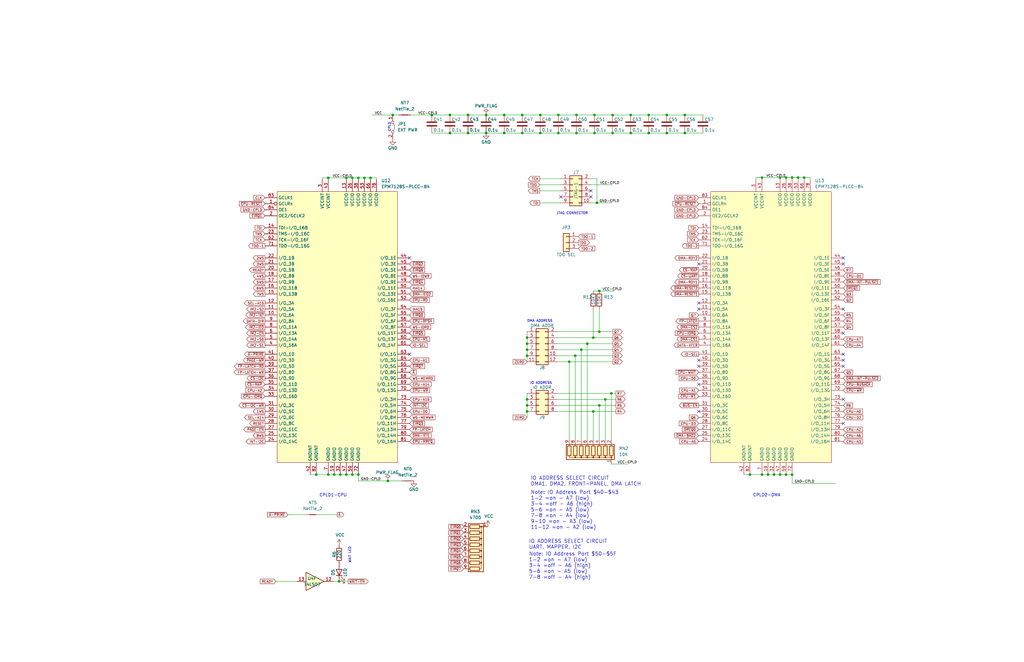
<source format=kicad_sch>
(kicad_sch (version 20211123) (generator eeschema)
  (paper "B")
  (junction (at 222.25 147.574))
  (junction (at 257.81 165.989))
  (junction (at 204.978 56.134))
  (junction (at 258.318 48.514))
  (junction (at 222.25 150.114))
  (junction (at 252.73 122.809))
  (junction (at 339.09 74.93))
  (junction (at 251.714 85.598))
  (junction (at 220.218 48.514))
  (junction (at 328.93 74.93))
  (junction (at 143.51 200.279))
  (junction (at 204.978 48.514))
  (junction (at 321.31 200.279))
  (junction (at 265.938 48.514))
  (junction (at 250.698 56.134))
  (junction (at 222.25 171.069))
  (junction (at 258.318 56.134))
  (junction (at 326.39 200.279))
  (junction (at 151.13 75.057))
  (junction (at 316.23 200.279))
  (junction (at 138.43 75.057))
  (junction (at 227.838 48.514))
  (junction (at 243.078 48.514))
  (junction (at 252.73 139.954))
  (junction (at 146.05 200.279))
  (junction (at 323.85 200.279))
  (junction (at 151.13 200.279))
  (junction (at 255.27 168.529))
  (junction (at 138.43 200.279))
  (junction (at 334.01 74.93))
  (junction (at 222.25 168.529))
  (junction (at 331.47 200.279))
  (junction (at 163.576 202.946))
  (junction (at 334.01 200.2952))
  (junction (at 328.93 200.279))
  (junction (at 189.738 56.134))
  (junction (at 273.558 48.514))
  (junction (at 227.838 56.134))
  (junction (at 265.938 56.134))
  (junction (at 148.59 200.279))
  (junction (at 281.178 48.514))
  (junction (at 250.698 48.514))
  (junction (at 146.05 75.057))
  (junction (at 288.798 48.514))
  (junction (at 222.25 142.494))
  (junction (at 247.65 145.034))
  (junction (at 240.03 152.654))
  (junction (at 222.25 173.609))
  (junction (at 235.458 48.514))
  (junction (at 156.21 75.057))
  (junction (at 321.31 74.93))
  (junction (at 252.73 171.069))
  (junction (at 133.35 200.279))
  (junction (at 242.57 150.114))
  (junction (at 281.178 56.134))
  (junction (at 189.738 48.514))
  (junction (at 336.55 74.93))
  (junction (at 140.97 200.279))
  (junction (at 245.11 147.574))
  (junction (at 212.598 56.134))
  (junction (at 212.598 48.514))
  (junction (at 288.798 56.134))
  (junction (at 148.59 75.057))
  (junction (at 220.218 56.134))
  (junction (at 250.19 173.609))
  (junction (at 250.19 142.494))
  (junction (at 235.458 56.134))
  (junction (at 222.25 145.034))
  (junction (at 197.358 56.134))
  (junction (at 165.608 48.514))
  (junction (at 273.558 56.134))
  (junction (at 243.078 56.134))
  (junction (at 331.47 74.93))
  (junction (at 143.002 245.364))
  (junction (at 197.358 48.514))
  (junction (at 153.67 75.057))
  (junction (at 182.118 48.514))
  (no_connect (at 294.64 111.379))
  (no_connect (at 236.474 83.058))
  (no_connect (at 355.6 152.019))
  (no_connect (at 355.6 111.379))
  (no_connect (at 355.6 130.429))
  (no_connect (at 355.6 168.529))
  (no_connect (at 355.6 149.479))
  (no_connect (at 172.72 149.479))
  (no_connect (at 294.64 154.559))
  (no_connect (at 294.64 127.889))
  (no_connect (at 355.6 140.589))
  (no_connect (at 249.174 83.058))
  (no_connect (at 355.6 154.559))
  (no_connect (at 294.64 162.179))
  (no_connect (at 249.174 80.518))
  (no_connect (at 294.64 173.609))
  (no_connect (at 294.64 152.019))
  (no_connect (at 172.72 108.839))
  (no_connect (at 355.6 178.689))
  (no_connect (at 355.6 108.839))
  (no_connect (at 294.64 130.429))
  (wire (pts (xy 222.25 145.034) (xy 222.25 147.574)))
  (wire (pts (xy 258.318 56.134) (xy 265.938 56.134)))
  (wire (pts (xy 250.19 130.429) (xy 250.19 142.494)))
  (wire (pts (xy 151.13 202.946) (xy 163.576 202.946)))
  (wire (pts (xy 334.01 200.2952) (xy 334.01 203.962)))
  (wire (pts (xy 222.25 142.494) (xy 222.25 145.034)))
  (wire (pts (xy 153.67 75.057) (xy 156.21 75.057)))
  (wire (pts (xy 242.57 150.114) (xy 258.445 150.114)))
  (wire (pts (xy 328.93 74.93) (xy 328.93 75.819)))
  (wire (pts (xy 331.47 74.93) (xy 334.01 74.93)))
  (wire (pts (xy 138.43 200.279) (xy 140.97 200.279)))
  (wire (pts (xy 240.03 152.654) (xy 258.445 152.654)))
  (wire (pts (xy 182.118 48.514) (xy 189.738 48.514)))
  (wire (pts (xy 236.474 75.438) (xy 227.584 75.438)))
  (wire (pts (xy 235.458 56.134) (xy 243.078 56.134)))
  (wire (pts (xy 135.89 75.057) (xy 138.43 75.057)))
  (wire (pts (xy 222.25 173.609) (xy 222.25 176.149)))
  (wire (pts (xy 316.23 200.279) (xy 321.31 200.279)))
  (wire (pts (xy 321.31 74.93) (xy 321.31 75.819)))
  (wire (pts (xy 212.598 56.134) (xy 220.218 56.134)))
  (wire (pts (xy 189.738 48.514) (xy 197.358 48.514)))
  (wire (pts (xy 134.366 217.17) (xy 142.24 217.17)))
  (wire (pts (xy 242.57 150.114) (xy 242.57 185.674)))
  (wire (pts (xy 227.838 48.514) (xy 235.458 48.514)))
  (wire (pts (xy 204.978 56.134) (xy 212.598 56.134)))
  (wire (pts (xy 140.462 245.364) (xy 143.002 245.364)))
  (wire (pts (xy 156.718 48.514) (xy 165.608 48.514)))
  (wire (pts (xy 257.81 165.989) (xy 257.81 185.674)))
  (wire (pts (xy 252.73 171.069) (xy 252.73 185.674)))
  (wire (pts (xy 252.73 122.809) (xy 259.08 122.809)))
  (wire (pts (xy 121.412 217.17) (xy 129.286 217.17)))
  (wire (pts (xy 146.05 200.279) (xy 148.59 200.279)))
  (wire (pts (xy 255.27 168.529) (xy 255.27 185.674)))
  (wire (pts (xy 259.715 171.069) (xy 252.73 171.069)))
  (wire (pts (xy 133.35 200.279) (xy 138.43 200.279)))
  (wire (pts (xy 288.798 56.134) (xy 296.418 56.134)))
  (wire (pts (xy 336.55 74.93) (xy 339.09 74.93)))
  (wire (pts (xy 265.938 56.134) (xy 273.558 56.134)))
  (wire (pts (xy 334.01 74.93) (xy 334.01 75.819)))
  (wire (pts (xy 250.19 173.609) (xy 234.95 173.609)))
  (wire (pts (xy 336.55 74.93) (xy 336.55 75.819)))
  (wire (pts (xy 227.584 80.518) (xy 236.474 80.518)))
  (wire (pts (xy 281.178 56.134) (xy 288.798 56.134)))
  (wire (pts (xy 259.715 173.609) (xy 250.19 173.609)))
  (wire (pts (xy 234.95 147.574) (xy 245.11 147.574)))
  (wire (pts (xy 220.218 56.134) (xy 227.838 56.134)))
  (wire (pts (xy 234.95 139.954) (xy 252.73 139.954)))
  (wire (pts (xy 334.01 203.962) (xy 352.298 203.962)))
  (wire (pts (xy 222.25 168.529) (xy 222.25 171.069)))
  (wire (pts (xy 249.174 75.438) (xy 251.714 75.438)))
  (wire (pts (xy 339.09 74.93) (xy 341.63 74.93)))
  (wire (pts (xy 328.93 74.93) (xy 331.47 74.93)))
  (wire (pts (xy 250.698 48.514) (xy 258.318 48.514)))
  (wire (pts (xy 339.09 74.93) (xy 339.09 75.819)))
  (wire (pts (xy 235.458 48.514) (xy 243.078 48.514)))
  (wire (pts (xy 245.11 147.574) (xy 245.11 185.674)))
  (wire (pts (xy 189.738 56.134) (xy 197.358 56.134)))
  (wire (pts (xy 234.95 165.989) (xy 257.81 165.989)))
  (wire (pts (xy 116.332 245.364) (xy 125.222 245.364)))
  (wire (pts (xy 258.318 48.514) (xy 265.938 48.514)))
  (wire (pts (xy 220.218 48.514) (xy 227.838 48.514)))
  (wire (pts (xy 146.812 245.364) (xy 143.002 245.364)))
  (wire (pts (xy 334.01 74.93) (xy 336.55 74.93)))
  (wire (pts (xy 138.43 75.057) (xy 146.05 75.057)))
  (wire (pts (xy 313.69 200.279) (xy 316.23 200.279)))
  (wire (pts (xy 288.798 48.514) (xy 296.418 48.514)))
  (wire (pts (xy 255.27 168.529) (xy 259.715 168.529)))
  (wire (pts (xy 204.978 48.514) (xy 212.598 48.514)))
  (wire (pts (xy 250.19 173.609) (xy 250.19 185.674)))
  (wire (pts (xy 143.51 200.279) (xy 146.05 200.279)))
  (wire (pts (xy 251.714 75.438) (xy 251.714 85.598)))
  (wire (pts (xy 135.89 75.057) (xy 135.89 75.819)))
  (wire (pts (xy 138.43 75.057) (xy 138.43 75.819)))
  (wire (pts (xy 265.938 48.514) (xy 273.558 48.514)))
  (wire (pts (xy 197.358 56.134) (xy 204.978 56.134)))
  (wire (pts (xy 163.576 202.946) (xy 169.418 202.946)))
  (wire (pts (xy 222.25 139.954) (xy 222.25 142.494)))
  (wire (pts (xy 158.75 75.057) (xy 158.75 75.819)))
  (wire (pts (xy 257.81 195.834) (xy 264.795 195.834)))
  (wire (pts (xy 328.93 200.279) (xy 331.47 200.279)))
  (wire (pts (xy 165.608 48.514) (xy 168.148 48.514)))
  (wire (pts (xy 326.39 200.279) (xy 328.93 200.279)))
  (wire (pts (xy 243.078 48.514) (xy 250.698 48.514)))
  (wire (pts (xy 153.67 75.057) (xy 153.67 75.819)))
  (wire (pts (xy 243.078 56.134) (xy 250.698 56.134)))
  (wire (pts (xy 273.558 48.514) (xy 281.178 48.514)))
  (wire (pts (xy 234.95 168.529) (xy 255.27 168.529)))
  (wire (pts (xy 250.698 56.134) (xy 258.318 56.134)))
  (wire (pts (xy 321.31 200.279) (xy 323.85 200.279)))
  (wire (pts (xy 250.19 122.809) (xy 252.73 122.809)))
  (wire (pts (xy 234.95 152.654) (xy 240.03 152.654)))
  (wire (pts (xy 281.178 48.514) (xy 288.798 48.514)))
  (wire (pts (xy 173.228 48.514) (xy 182.118 48.514)))
  (wire (pts (xy 234.95 142.494) (xy 250.19 142.494)))
  (wire (pts (xy 249.174 85.598) (xy 251.714 85.598)))
  (wire (pts (xy 156.21 75.057) (xy 158.75 75.057)))
  (wire (pts (xy 222.25 147.574) (xy 222.25 150.114)))
  (wire (pts (xy 151.13 75.057) (xy 153.67 75.057)))
  (wire (pts (xy 323.85 200.279) (xy 326.39 200.279)))
  (wire (pts (xy 146.05 75.057) (xy 148.59 75.057)))
  (wire (pts (xy 245.11 147.574) (xy 258.445 147.574)))
  (wire (pts (xy 227.584 85.598) (xy 236.474 85.598)))
  (wire (pts (xy 148.59 200.279) (xy 151.13 200.279)))
  (wire (pts (xy 227.838 56.134) (xy 235.458 56.134)))
  (wire (pts (xy 249.174 77.978) (xy 258.064 77.978)))
  (wire (pts (xy 182.118 56.134) (xy 189.738 56.134)))
  (wire (pts (xy 331.47 200.279) (xy 334.01 200.279)))
  (wire (pts (xy 234.95 145.034) (xy 247.65 145.034)))
  (wire (pts (xy 252.73 171.069) (xy 234.95 171.069)))
  (wire (pts (xy 321.31 74.93) (xy 328.93 74.93)))
  (wire (pts (xy 334.01 200.279) (xy 334.01 200.2952)))
  (wire (pts (xy 247.65 145.034) (xy 258.445 145.034)))
  (wire (pts (xy 212.598 48.514) (xy 220.218 48.514)))
  (wire (pts (xy 252.73 139.954) (xy 258.445 139.954)))
  (wire (pts (xy 257.81 165.989) (xy 259.715 165.989)))
  (wire (pts (xy 148.59 75.057) (xy 151.13 75.057)))
  (wire (pts (xy 148.59 75.057) (xy 148.59 75.819)))
  (wire (pts (xy 318.77 74.93) (xy 318.77 75.819)))
  (wire (pts (xy 250.19 142.494) (xy 258.445 142.494)))
  (wire (pts (xy 222.25 171.069) (xy 222.25 173.609)))
  (wire (pts (xy 331.47 74.93) (xy 331.47 75.819)))
  (wire (pts (xy 234.95 150.114) (xy 242.57 150.114)))
  (wire (pts (xy 240.03 152.654) (xy 240.03 185.674)))
  (wire (pts (xy 156.21 75.057) (xy 156.21 75.819)))
  (wire (pts (xy 273.558 56.134) (xy 281.178 56.134)))
  (wire (pts (xy 197.358 48.514) (xy 204.978 48.514)))
  (wire (pts (xy 140.97 200.279) (xy 143.51 200.279)))
  (wire (pts (xy 130.81 200.279) (xy 133.35 200.279)))
  (wire (pts (xy 151.13 200.279) (xy 151.13 202.946)))
  (wire (pts (xy 251.714 85.598) (xy 258.064 85.598)))
  (wire (pts (xy 341.63 74.93) (xy 341.63 75.819)))
  (wire (pts (xy 318.77 74.93) (xy 321.31 74.93)))
  (wire (pts (xy 247.65 145.034) (xy 247.65 185.674)))
  (wire (pts (xy 151.13 75.057) (xy 151.13 75.819)))
  (wire (pts (xy 146.05 75.057) (xy 146.05 75.819)))
  (wire (pts (xy 236.474 77.978) (xy 227.584 77.978)))
  (wire (pts (xy 222.25 150.114) (xy 222.25 152.654)))
  (wire (pts (xy 252.73 130.429) (xy 252.73 139.954)))
  (wire (pts (xy 222.25 165.989) (xy 222.25 168.529)))
  (text "CPLD1-CPU" (at 134.62 209.804 0) (effects (font (size 1.27 1.27)) (justify left bottom)))
  (text "JTAG CONNECTOR" (at 234.569 90.678 0) (effects (font (size 1.016 1.016)) (justify left bottom)))
  (text "CPLD" (at 164.846 55.626 90) (effects (font (size 1.016 1.016)) (justify left bottom)))
  (text "Note: IO Address Port $40-$43\n1-2 =on - A7 (low)\n3-4 =off - A6 (high)\n5-6 =on - A5 (low)\n7-8 =on - A4 (low)\n9-10 =on - A3 (low)\n11-12 =on - A2 (low)" (at 223.774 223.52 0) (effects (font (size 1.524 1.524)) (justify left bottom)))
  (text "IO ADDRESS" (at 223.52 162.306 0) (effects (font (size 1.016 1.016)) (justify left bottom)))
  (text "DMA ADDRESS" (at 222.25 136.144 0) (effects (font (size 1.016 1.016)) (justify left bottom)))
  (text "CPLD2-DMA" (at 317.5 209.804 0) (effects (font (size 1.27 1.27)) (justify left bottom)))
  (text "IO ADDRESS SELECT CIRCUIT\nUART, MAPPER, I2C" (at 223.012 231.902 0) (effects (font (size 1.524 1.524)) (justify left bottom)))
  (text "Note: IO Address Port $50-$5F\n1-2 =on - A7 (low)\n3-4 =off - A6 (high)\n5-6 =on - A5 (low)\n7-8 =off - A4 (high)" (at 223.012 244.602 0) (effects (font (size 1.524 1.524)) (justify left bottom)))
  (text "IO ADDRESS SELECT CIRCUIT\nDMA1, DMA2, FRONT-PANEL, DMA LATCH" (at 223.774 205.232 0) (effects (font (size 1.524 1.524)) (justify left bottom)))
  (text "WAIT LED" (at 148.082 237.744 90) (effects (font (size 1.016 1.016)) (justify left bottom)))
  (label "GND-CPLD" (at 252.73 85.598 0) (effects (font (size 1.016 1.016))))
  (label "VCC-CPLD" (at 254 122.809 0) (effects (font (size 1.016 1.016))))
  (label "VCC-CPLD" (at 323.088 74.93 0) (effects (font (size 1.016 1.016))))
  (label "VCC-CPLD" (at 260.35 195.834 0) (effects (font (size 1.016 1.016))))
  (label "VCC-CPLD" (at 252.984 77.978 0) (effects (font (size 1.016 1.016))))
  (label "GND-CPLD" (at 335.026 203.962 0) (effects (font (size 1.016 1.016))))
  (label "VCC-CPLD" (at 140.208 75.057 0) (effects (font (size 1.016 1.016))))
  (label "GND-CPLD" (at 152.146 202.946 0) (effects (font (size 1.016 1.016))))
  (label "VCC" (at 157.988 48.514 0) (effects (font (size 1.016 1.016))))
  (label "VCC-CPLD" (at 176.276 48.514 0) (effects (font (size 1.016 1.016))))
  (global_label "3WS" (shape output) (at 111.76 111.379 180) (effects (font (size 1.016 1.016))) (property "Intersheet References" "${INTERSHEET_REFS}" (effects hide)))
  (global_label "~{CPU-RFSH}" (shape input) (at 172.72 135.509 0) (effects (font (size 1.016 1.016))) (property "Intersheet References" "${INTERSHEET_REFS}" (effects hide)))
  (global_label "TDO-1" (shape output) (at 111.76 103.759 180) (effects (font (size 1.016 1.016))) (property "Intersheet References" "${INTERSHEET_REFS}" (effects hide)))
  (global_label "CPU-A2" (shape input) (at 111.76 164.719 180) (effects (font (size 1.016 1.016))) (property "Intersheet References" "${INTERSHEET_REFS}" (effects hide)))
  (global_label "~{EIRQ7}" (shape input) (at 172.72 154.559 0) (effects (font (size 1.016 1.016))) (property "Intersheet References" "${INTERSHEET_REFS}" (effects hide)))
  (global_label "GND-CPLD" (shape input) (at 294.64 88.519 180) (effects (font (size 1.016 1.016))) (property "Intersheet References" "${INTERSHEET_REFS}" (effects hide)))
  (global_label "CPU-A1" (shape input) (at 294.64 164.719 180) (effects (font (size 1.016 1.016))) (property "Intersheet References" "${INTERSHEET_REFS}" (effects hide)))
  (global_label "~{EIRQ4}" (shape input) (at 172.72 118.999 0) (effects (font (size 1.016 1.016))) (property "Intersheet References" "${INTERSHEET_REFS}" (effects hide)))
  (global_label "~{EIRQ1}" (shape input) (at 111.76 91.059 180) (effects (font (size 1.016 1.016))) (property "Intersheet References" "${INTERSHEET_REFS}" (effects hide)))
  (global_label "~{EIRQ6}" (shape input) (at 172.72 113.919 0) (effects (font (size 1.016 1.016))) (property "Intersheet References" "${INTERSHEET_REFS}" (effects hide)))
  (global_label "~{DMA-IEI1}" (shape input) (at 172.72 183.769 0) (effects (font (size 1.016 1.016))) (property "Intersheet References" "${INTERSHEET_REFS}" (effects hide)))
  (global_label "~{DREQ1}" (shape input) (at 355.6 121.539 0) (effects (font (size 1.016 1.016))) (property "Intersheet References" "${INTERSHEET_REFS}" (effects hide)))
  (global_label "~{FP-LATCH}" (shape output) (at 294.64 135.509 180) (effects (font (size 1.016 1.016))) (property "Intersheet References" "${INTERSHEET_REFS}" (effects hide)))
  (global_label "TDO-2" (shape input) (at 243.84 104.902 0) (effects (font (size 1.016 1.016))) (property "Intersheet References" "${INTERSHEET_REFS}" (effects hide)))
  (global_label "~{CPU-RD}" (shape input) (at 172.72 126.619 0) (effects (font (size 1.016 1.016))) (property "Intersheet References" "${INTERSHEET_REFS}" (effects hide)))
  (global_label "~{DMA-INT-PULSE1}" (shape input) (at 355.6 118.999 0) (effects (font (size 1.016 1.016))) (property "Intersheet References" "${INTERSHEET_REFS}" (effects hide)))
  (global_label "Q3" (shape output) (at 258.445 150.114 0) (effects (font (size 1.016 1.016))) (property "Intersheet References" "${INTERSHEET_REFS}" (effects hide)))
  (global_label "~{CPU-IORQ}" (shape input) (at 111.76 167.259 180) (effects (font (size 1.016 1.016))) (property "Intersheet References" "${INTERSHEET_REFS}" (effects hide)))
  (global_label "DMA-RDY2" (shape output) (at 294.64 108.839 180) (effects (font (size 1.016 1.016))) (property "Intersheet References" "${INTERSHEET_REFS}" (effects hide)))
  (global_label "CPU-D0" (shape input) (at 172.72 173.609 0) (effects (font (size 1.016 1.016))) (property "Intersheet References" "${INTERSHEET_REFS}" (effects hide)))
  (global_label "IM2-S2" (shape output) (at 111.76 130.429 180) (effects (font (size 1.016 1.016))) (property "Intersheet References" "${INTERSHEET_REFS}" (effects hide)))
  (global_label "DMA-RDY1" (shape output) (at 294.64 118.999 180) (effects (font (size 1.016 1.016))) (property "Intersheet References" "${INTERSHEET_REFS}" (effects hide)))
  (global_label "~{CPU-M1}" (shape input) (at 294.64 167.259 180) (effects (font (size 1.016 1.016))) (property "Intersheet References" "${INTERSHEET_REFS}" (effects hide)))
  (global_label "CPU-A0" (shape input) (at 355.6 173.609 0) (effects (font (size 1.016 1.016))) (property "Intersheet References" "${INTERSHEET_REFS}" (effects hide)))
  (global_label "~{EIRQ0}" (shape input) (at 195.58 222.25 180) (effects (font (size 1.016 1.016))) (property "Intersheet References" "${INTERSHEET_REFS}" (effects hide)))
  (global_label "~{A}" (shape input) (at 172.72 157.099 0) (effects (font (size 1.016 1.016))) (property "Intersheet References" "${INTERSHEET_REFS}" (effects hide)))
  (global_label "~{CS-I2C}" (shape output) (at 111.76 159.639 180) (effects (font (size 1.016 1.016))) (property "Intersheet References" "${INTERSHEET_REFS}" (effects hide)))
  (global_label "READY" (shape input) (at 116.332 245.364 180) (effects (font (size 1.016 1.016))) (property "Intersheet References" "${INTERSHEET_REFS}" (effects hide)))
  (global_label "~{CPU-MREQ}" (shape input) (at 172.72 186.309 0) (effects (font (size 1.016 1.016))) (property "Intersheet References" "${INTERSHEET_REFS}" (effects hide)))
  (global_label "~{IM2-EN}" (shape output) (at 111.76 140.589 180) (effects (font (size 1.016 1.016))) (property "Intersheet References" "${INTERSHEET_REFS}" (effects hide)))
  (global_label "WS-IORD" (shape input) (at 172.72 138.049 0) (effects (font (size 1.016 1.016))) (property "Intersheet References" "${INTERSHEET_REFS}" (effects hide)))
  (global_label "~{INT-I2C}" (shape input) (at 172.72 171.069 0) (effects (font (size 1.016 1.016))) (property "Intersheet References" "${INTERSHEET_REFS}" (effects hide)))
  (global_label "1WS" (shape output) (at 111.76 173.609 180) (effects (font (size 1.016 1.016))) (property "Intersheet References" "${INTERSHEET_REFS}" (effects hide)))
  (global_label "~{DMA-CS2}" (shape output) (at 294.64 138.049 180) (effects (font (size 1.016 1.016))) (property "Intersheet References" "${INTERSHEET_REFS}" (effects hide)))
  (global_label "~{EIRQ5}" (shape input) (at 172.72 140.589 0) (effects (font (size 1.016 1.016))) (property "Intersheet References" "${INTERSHEET_REFS}" (effects hide)))
  (global_label "~{CS-MAP}" (shape output) (at 294.64 113.919 180) (effects (font (size 1.016 1.016))) (property "Intersheet References" "${INTERSHEET_REFS}" (effects hide)))
  (global_label "TCK" (shape output) (at 227.584 75.438 180) (effects (font (size 1.016 1.016))) (property "Intersheet References" "${INTERSHEET_REFS}" (effects hide)))
  (global_label "~{EIRQ3}" (shape input) (at 195.58 229.87 180) (effects (font (size 1.016 1.016))) (property "Intersheet References" "${INTERSHEET_REFS}" (effects hide)))
  (global_label "6WS" (shape output) (at 111.76 121.539 180) (effects (font (size 1.016 1.016))) (property "Intersheet References" "${INTERSHEET_REFS}" (effects hide)))
  (global_label "CPU-A3" (shape input) (at 355.6 186.309 0) (effects (font (size 1.016 1.016))) (property "Intersheet References" "${INTERSHEET_REFS}" (effects hide)))
  (global_label "mA15" (shape input) (at 172.72 130.429 0) (effects (font (size 1.016 1.016))) (property "Intersheet References" "${INTERSHEET_REFS}" (effects hide)))
  (global_label "TMS" (shape input) (at 294.64 98.679 180) (effects (font (size 1.016 1.016))) (property "Intersheet References" "${INTERSHEET_REFS}" (effects hide)))
  (global_label "R7" (shape input) (at 355.6 113.919 0) (effects (font (size 1.016 1.016))) (property "Intersheet References" "${INTERSHEET_REFS}" (effects hide)))
  (global_label "TDO-1" (shape input) (at 243.84 99.822 0) (effects (font (size 1.016 1.016))) (property "Intersheet References" "${INTERSHEET_REFS}" (effects hide)))
  (global_label "Q2" (shape output) (at 258.445 152.654 0) (effects (font (size 1.016 1.016))) (property "Intersheet References" "${INTERSHEET_REFS}" (effects hide)))
  (global_label "TMS" (shape output) (at 227.584 80.518 180) (effects (font (size 1.016 1.016))) (property "Intersheet References" "${INTERSHEET_REFS}" (effects hide)))
  (global_label "~{EIRQ2}" (shape input) (at 172.72 111.379 0) (effects (font (size 1.016 1.016))) (property "Intersheet References" "${INTERSHEET_REFS}" (effects hide)))
  (global_label "CPU-A1" (shape input) (at 172.72 152.019 0) (effects (font (size 1.016 1.016))) (property "Intersheet References" "${INTERSHEET_REFS}" (effects hide)))
  (global_label "~{PAGE-EN}" (shape output) (at 111.76 181.229 180) (effects (font (size 1.016 1.016))) (property "Intersheet References" "${INTERSHEET_REFS}" (effects hide)))
  (global_label "~{EIRQ5}" (shape input) (at 195.58 234.95 180) (effects (font (size 1.016 1.016))) (property "Intersheet References" "${INTERSHEET_REFS}" (effects hide)))
  (global_label "~{DMA-RESET1}" (shape output) (at 294.64 124.079 180) (effects (font (size 1.016 1.016))) (property "Intersheet References" "${INTERSHEET_REFS}" (effects hide)))
  (global_label "~{CS-MAP}" (shape input) (at 111.76 162.179 180) (effects (font (size 1.016 1.016))) (property "Intersheet References" "${INTERSHEET_REFS}" (effects hide)))
  (global_label "CPU-A6" (shape input) (at 355.6 183.769 0) (effects (font (size 1.016 1.016))) (property "Intersheet References" "${INTERSHEET_REFS}" (effects hide)))
  (global_label "Q2" (shape input) (at 355.6 126.619 0) (effects (font (size 1.016 1.016))) (property "Intersheet References" "${INTERSHEET_REFS}" (effects hide)))
  (global_label "5WS" (shape output) (at 111.76 118.999 180) (effects (font (size 1.016 1.016))) (property "Intersheet References" "${INTERSHEET_REFS}" (effects hide)))
  (global_label "~{FP-LATCH}" (shape input) (at 172.72 181.229 0) (effects (font (size 1.016 1.016))) (property "Intersheet References" "${INTERSHEET_REFS}" (effects hide)))
  (global_label "~{EIRQ7}" (shape input) (at 195.58 240.03 180) (effects (font (size 1.016 1.016))) (property "Intersheet References" "${INTERSHEET_REFS}" (effects hide)))
  (global_label "GND-CPLD" (shape input) (at 294.64 83.439 180) (effects (font (size 1.016 1.016))) (property "Intersheet References" "${INTERSHEET_REFS}" (effects hide)))
  (global_label "SEL-A15" (shape output) (at 111.76 127.889 180) (effects (font (size 1.016 1.016))) (property "Intersheet References" "${INTERSHEET_REFS}" (effects hide)))
  (global_label "~{DMA-RESET2}" (shape output) (at 294.64 121.539 180) (effects (font (size 1.016 1.016))) (property "Intersheet References" "${INTERSHEET_REFS}" (effects hide)))
  (global_label "~{CPU-M1}" (shape input) (at 172.72 143.129 0) (effects (font (size 1.016 1.016))) (property "Intersheet References" "${INTERSHEET_REFS}" (effects hide)))
  (global_label "~{A}" (shape output) (at 142.24 217.17 0) (effects (font (size 1.016 1.016))) (property "Intersheet References" "${INTERSHEET_REFS}" (effects hide)))
  (global_label "Q6" (shape output) (at 258.445 142.494 0) (effects (font (size 1.016 1.016))) (property "Intersheet References" "${INTERSHEET_REFS}" (effects hide)))
  (global_label "TCK" (shape input) (at 111.76 101.219 180) (effects (font (size 1.016 1.016))) (property "Intersheet References" "${INTERSHEET_REFS}" (effects hide)))
  (global_label "CPU-D1" (shape input) (at 355.6 116.459 0) (effects (font (size 1.016 1.016))) (property "Intersheet References" "${INTERSHEET_REFS}" (effects hide)))
  (global_label "R4" (shape input) (at 355.6 135.509 0) (effects (font (size 1.016 1.016))) (property "Intersheet References" "${INTERSHEET_REFS}" (effects hide)))
  (global_label "R5" (shape input) (at 355.6 132.969 0) (effects (font (size 1.016 1.016))) (property "Intersheet References" "${INTERSHEET_REFS}" (effects hide)))
  (global_label "WS-MEMRD" (shape input) (at 172.72 159.639 0) (effects (font (size 1.016 1.016))) (property "Intersheet References" "${INTERSHEET_REFS}" (effects hide)))
  (global_label "~{DMA-INT-PULSE2}" (shape input) (at 355.6 159.639 0) (effects (font (size 1.016 1.016))) (property "Intersheet References" "${INTERSHEET_REFS}" (effects hide)))
  (global_label "CLK" (shape input) (at 111.76 83.439 180) (effects (font (size 1.016 1.016))) (property "Intersheet References" "${INTERSHEET_REFS}" (effects hide)))
  (global_label "TDI" (shape input) (at 111.76 96.139 180) (effects (font (size 1.016 1.016))) (property "Intersheet References" "${INTERSHEET_REFS}" (effects hide)))
  (global_label "IM2-S1" (shape output) (at 111.76 145.669 180) (effects (font (size 1.016 1.016))) (property "Intersheet References" "${INTERSHEET_REFS}" (effects hide)))
  (global_label "TCK" (shape input) (at 294.64 101.219 180) (effects (font (size 1.016 1.016))) (property "Intersheet References" "${INTERSHEET_REFS}" (effects hide)))
  (global_label "7WS" (shape output) (at 111.76 124.079 180) (effects (font (size 1.016 1.016))) (property "Intersheet References" "${INTERSHEET_REFS}" (effects hide)))
  (global_label "TDO-2" (shape output) (at 294.64 103.759 180) (effects (font (size 1.016 1.016))) (property "Intersheet References" "${INTERSHEET_REFS}" (effects hide)))
  (global_label "READY" (shape output) (at 111.76 113.919 180) (effects (font (size 1.016 1.016))) (property "Intersheet References" "${INTERSHEET_REFS}" (effects hide)))
  (global_label "R6" (shape input) (at 355.6 171.069 0) (effects (font (size 1.016 1.016))) (property "Intersheet References" "${INTERSHEET_REFS}" (effects hide)))
  (global_label "WS-IOWR" (shape input) (at 172.72 116.459 0) (effects (font (size 1.016 1.016))) (property "Intersheet References" "${INTERSHEET_REFS}" (effects hide)))
  (global_label "~{BUS-EN}" (shape output) (at 294.64 171.069 180) (effects (font (size 1.016 1.016))) (property "Intersheet References" "${INTERSHEET_REFS}" (effects hide)))
  (global_label "~{PAGE-WR}" (shape output) (at 111.76 152.019 180) (effects (font (size 1.016 1.016))) (property "Intersheet References" "${INTERSHEET_REFS}" (effects hide)))
  (global_label "~{A-PRIME}" (shape output) (at 111.76 149.479 180) (effects (font (size 1.016 1.016))) (property "Intersheet References" "${INTERSHEET_REFS}" (effects hide)))
  (global_label "~{DREQ0}" (shape input) (at 294.64 181.229 180) (effects (font (size 1.016 1.016))) (property "Intersheet References" "${INTERSHEET_REFS}" (effects hide)))
  (global_label "~{CS-I2C-WR}" (shape output) (at 111.76 171.069 180) (effects (font (size 1.016 1.016))) (property "Intersheet References" "${INTERSHEET_REFS}" (effects hide)))
  (global_label "IO-SEL" (shape output) (at 294.64 149.479 180) (effects (font (size 1.016 1.016))) (property "Intersheet References" "${INTERSHEET_REFS}" (effects hide)))
  (global_label "~{CPU-WAIT}" (shape input) (at 294.64 157.099 180) (effects (font (size 1.016 1.016))) (property "Intersheet References" "${INTERSHEET_REFS}" (effects hide)))
  (global_label "Q5" (shape output) (at 258.445 145.034 0) (effects (font (size 1.016 1.016))) (property "Intersheet References" "${INTERSHEET_REFS}" (effects hide)))
  (global_label "4WS" (shape output) (at 111.76 116.459 180) (effects (font (size 1.016 1.016))) (property "Intersheet References" "${INTERSHEET_REFS}" (effects hide)))
  (global_label "FP-LATCH-WR" (shape output) (at 111.76 157.099 180) (effects (font (size 1.016 1.016))) (property "Intersheet References" "${INTERSHEET_REFS}" (effects hide)))
  (global_label "~{WAIT-EN}" (shape output) (at 146.812 245.364 0) (effects (font (size 1.016 1.016))) (property "Intersheet References" "${INTERSHEET_REFS}" (effects hide)))
  (global_label "TDI" (shape input) (at 294.64 96.139 180) (effects (font (size 1.016 1.016))) (property "Intersheet References" "${INTERSHEET_REFS}" (effects hide)))
  (global_label "~{FP-LATCH-RD}" (shape output) (at 111.76 154.559 180) (effects (font (size 1.016 1.016))) (property "Intersheet References" "${INTERSHEET_REFS}" (effects hide)))
  (global_label "Q7" (shape output) (at 258.445 139.954 0) (effects (font (size 1.016 1.016))) (property "Intersheet References" "${INTERSHEET_REFS}" (effects hide)))
  (global_label "Q4" (shape input) (at 355.6 138.049 0) (effects (font (size 1.016 1.016))) (property "Intersheet References" "${INTERSHEET_REFS}" (effects hide)))
  (global_label "~{CPU-WR}" (shape input) (at 355.6 164.719 0) (effects (font (size 1.016 1.016))) (property "Intersheet References" "${INTERSHEET_REFS}" (effects hide)))
  (global_label "CPU-D2" (shape input) (at 355.6 176.149 0) (effects (font (size 1.016 1.016))) (property "Intersheet References" "${INTERSHEET_REFS}" (effects hide)))
  (global_label "IM2-S0" (shape output) (at 111.76 143.129 180) (effects (font (size 1.016 1.016))) (property "Intersheet References" "${INTERSHEET_REFS}" (effects hide)))
  (global_label "~{IM2-INT}" (shape output) (at 111.76 132.969 180) (effects (font (size 1.016 1.016))) (property "Intersheet References" "${INTERSHEET_REFS}" (effects hide)))
  (global_label "CPU-D3" (shape input) (at 294.64 178.689 180) (effects (font (size 1.016 1.016))) (property "Intersheet References" "${INTERSHEET_REFS}" (effects hide)))
  (global_label "~{CPU-IORQ}" (shape input) (at 294.64 140.589 180) (effects (font (size 1.016 1.016))) (property "Intersheet References" "${INTERSHEET_REFS}" (effects hide)))
  (global_label "GND-CPLD" (shape input) (at 111.76 88.519 180) (effects (font (size 1.016 1.016))) (property "Intersheet References" "${INTERSHEET_REFS}" (effects hide)))
  (global_label "Q7" (shape input) (at 294.64 132.969 180) (effects (font (size 1.016 1.016))) (property "Intersheet References" "${INTERSHEET_REFS}" (effects hide)))
  (global_label "CPU-A14" (shape input) (at 172.72 162.179 0) (effects (font (size 1.016 1.016))) (property "Intersheet References" "${INTERSHEET_REFS}" (effects hide)))
  (global_label "~{EIRQ1}" (shape input) (at 195.58 224.79 180) (effects (font (size 1.016 1.016))) (property "Intersheet References" "${INTERSHEET_REFS}" (effects hide)))
  (global_label "~{EIRQ0}" (shape input) (at 172.72 132.969 0) (effects (font (size 1.016 1.016))) (property "Intersheet References" "${INTERSHEET_REFS}" (effects hide)))
  (global_label "Q3" (shape input) (at 355.6 124.079 0) (effects (font (size 1.016 1.016))) (property "Intersheet References" "${INTERSHEET_REFS}" (effects hide)))
  (global_label "~{EIRQ3}" (shape input) (at 172.72 178.689 0) (effects (font (size 1.016 1.016))) (property "Intersheet References" "${INTERSHEET_REFS}" (effects hide)))
  (global_label "~{DMA-CS1}" (shape output) (at 294.64 143.129 180) (effects (font (size 1.016 1.016))) (property "Intersheet References" "${INTERSHEET_REFS}" (effects hide)))
  (global_label "DATA-XFER" (shape output) (at 294.64 145.669 180) (effects (font (size 1.016 1.016))) (property "Intersheet References" "${INTERSHEET_REFS}" (effects hide)))
  (global_label "~{CPU-RESET}" (shape input) (at 294.64 85.979 180) (effects (font (size 1.016 1.016))) (property "Intersheet References" "${INTERSHEET_REFS}" (effects hide)))
  (global_label "GND-CPLD" (shape input) (at 294.64 91.059 180) (effects (font (size 1.016 1.016))) (property "Intersheet References" "${INTERSHEET_REFS}" (effects hide)))
  (global_label "R6" (shape output) (at 259.715 168.529 0) (effects (font (size 1.016 1.016))) (property "Intersheet References" "${INTERSHEET_REFS}" (effects hide)))
  (global_label "Q4" (shape output) (at 258.445 147.574 0) (effects (font (size 1.016 1.016))) (property "Intersheet References" "${INTERSHEET_REFS}" (effects hide)))
  (global_label "8WS" (shape output) (at 111.76 183.769 180) (effects (font (size 1.016 1.016))) (property "Intersheet References" "${INTERSHEET_REFS}" (effects hide)))
  (global_label "DATA-DIR" (shape output) (at 111.76 135.509 180) (effects (font (size 1.016 1.016))) (property "Intersheet References" "${INTERSHEET_REFS}" (effects hide)))
  (global_label "CPU-A7" (shape input) (at 355.6 143.129 0) (effects (font (size 1.016 1.016))) (property "Intersheet References" "${INTERSHEET_REFS}" (effects hide)))
  (global_label "ZERO" (shape input) (at 222.25 176.149 180) (effects (font (size 1.016 1.016))) (property "Intersheet References" "${INTERSHEET_REFS}" (effects hide)))
  (global_label "R7" (shape output) (at 259.715 165.989 0) (effects (font (size 1.016 1.016))) (property "Intersheet References" "${INTERSHEET_REFS}" (effects hide)))
  (global_label "CPU-A5" (shape input) (at 294.64 186.309 180) (effects (font (size 1.016 1.016))) (property "Intersheet References" "${INTERSHEET_REFS}" (effects hide)))
  (global_label "~{CPU-WR}" (shape input) (at 172.72 164.719 0) (effects (font (size 1.016 1.016))) (property "Intersheet References" "${INTERSHEET_REFS}" (effects hide)))
  (global_label "Q6" (shape input) (at 294.64 176.149 180) (effects (font (size 1.016 1.016))) (property "Intersheet References" "${INTERSHEET_REFS}" (effects hide)))
  (global_label "WS-MEMWR" (shape input) (at 172.72 176.149 0) (effects (font (size 1.016 1.016))) (property "Intersheet References" "${INTERSHEET_REFS}" (effects hide)))
  (global_label "INT-I2C" (shape output) (at 111.76 186.309 180) (effects (font (size 1.016 1.016))) (property "Intersheet References" "${INTERSHEET_REFS}" (effects hide)))
  (global_label "R5" (shape output) (at 259.715 171.069 0) (effects (font (size 1.016 1.016))) (property "Intersheet References" "${INTERSHEET_REFS}" (effects hide)))
  (global_label "CPU-A2" (shape input) (at 355.6 181.229 0) (effects (font (size 1.016 1.016))) (property "Intersheet References" "${INTERSHEET_REFS}" (effects hide)))
  (global_label "2WS" (shape output) (at 111.76 108.839 180) (effects (font (size 1.016 1.016))) (property "Intersheet References" "${INTERSHEET_REFS}" (effects hide)))
  (global_label "~{DMA-BAO2}" (shape input) (at 294.64 183.769 180) (effects (font (size 1.016 1.016))) (property "Intersheet References" "${INTERSHEET_REFS}" (effects hide)))
  (global_label "TDO" (shape input) (at 227.584 77.978 180) (effects (font (size 1.016 1.016))) (property "Intersheet References" "${INTERSHEET_REFS}" (effects hide)))
  (global_label "~{DMA-IEO2}" (shape input) (at 172.72 124.079 0) (effects (font (size 1.016 1.016))) (property "Intersheet References" "${INTERSHEET_REFS}" (effects hide)))
  (global_label "~{A-PRIME}" (shape input) (at 121.412 217.17 180) (effects (font (size 1.016 1.016))) (property "Intersheet References" "${INTERSHEET_REFS}" (effects hide)))
  (global_label "~{IM2-IEO}" (shape output) (at 111.76 138.049 180) (effects (font (size 1.016 1.016))) (property "Intersheet References" "${INTERSHEET_REFS}" (effects hide)))
  (global_label "CPU-A15" (shape input) (at 172.72 168.529 0) (effects (font (size 1.016 1.016))) (property "Intersheet References" "${INTERSHEET_REFS}" (effects hide)))
  (global_label "~{CS-UART}" (shape output) (at 294.64 116.459 180) (effects (font (size 1.016 1.016))) (property "Intersheet References" "${INTERSHEET_REFS}" (effects hide)))
  (global_label "~{EIRQ4}" (shape input) (at 195.58 232.41 180) (effects (font (size 1.016 1.016))) (property "Intersheet References" "${INTERSHEET_REFS}" (effects hide)))
  (global_label "TMS" (shape input) (at 111.76 98.679 180) (effects (font (size 1.016 1.016))) (property "Intersheet References" "${INTERSHEET_REFS}" (effects hide)))
  (global_label "IO-SEL" (shape input) (at 172.72 145.669 0) (effects (font (size 1.016 1.016))) (property "Intersheet References" "${INTERSHEET_REFS}" (effects hide)))
  (global_label "Q5" (shape input) (at 355.6 157.099 0) (effects (font (size 1.016 1.016))) (property "Intersheet References" "${INTERSHEET_REFS}" (effects hide)))
  (global_label "TDO" (shape output) (at 243.84 102.362 0) (effects (font (size 1.016 1.016))) (property "Intersheet References" "${INTERSHEET_REFS}" (effects hide)))
  (global_label "mA14" (shape input) (at 172.72 121.539 0) (effects (font (size 1.016 1.016))) (property "Intersheet References" "${INTERSHEET_REFS}" (effects hide)))
  (global_label "~{CPU-BUSACK}" (shape input) (at 355.6 162.179 0) (effects (font (size 1.016 1.016))) (property "Intersheet References" "${INTERSHEET_REFS}" (effects hide)))
  (global_label "TDI" (shape output) (at 227.584 85.598 180) (effects (font (size 1.016 1.016))) (property "Intersheet References" "${INTERSHEET_REFS}" (effects hide)))
  (global_label "~{EIRQ2}" (shape input) (at 195.58 227.33 180) (effects (font (size 1.016 1.016))) (property "Intersheet References" "${INTERSHEET_REFS}" (effects hide)))
  (global_label "SEL-A14" (shape output) (at 111.76 176.149 180) (effects (font (size 1.016 1.016))) (property "Intersheet References" "${INTERSHEET_REFS}" (effects hide)))
  (global_label "~{CPU-RESET}" (shape input) (at 111.76 85.979 180) (effects (font (size 1.016 1.016))) (property "Intersheet References" "${INTERSHEET_REFS}" (effects hide)))
  (global_label "ZERO" (shape input) (at 222.25 152.654 180) (effects (font (size 1.016 1.016))) (property "Intersheet References" "${INTERSHEET_REFS}" (effects hide)))
  (global_label "CPU-D0" (shape input) (at 294.64 159.639 180) (effects (font (size 1.016 1.016))) (property "Intersheet References" "${INTERSHEET_REFS}" (effects hide)))
  (global_label "RESET" (shape output) (at 111.76 178.689 180) (effects (font (size 1.016 1.016))) (property "Intersheet References" "${INTERSHEET_REFS}" (effects hide)))
  (global_label "R4" (shape output) (at 259.715 173.609 0) (effects (font (size 1.016 1.016))) (property "Intersheet References" "${INTERSHEET_REFS}" (effects hide)))
  (global_label "CPU-A4" (shape input) (at 355.6 145.669 0) (effects (font (size 1.016 1.016))) (property "Intersheet References" "${INTERSHEET_REFS}" (effects hide)))
  (global_label "~{EIRQ6}" (shape input) (at 195.58 237.49 180) (effects (font (size 1.016 1.016))) (property "Intersheet References" "${INTERSHEET_REFS}" (effects hide)))
  (symbol (lib_id "74xx:74LS07") (at 132.842 245.364 0) (unit 6)
    (property "Reference" "U4" (at 131.572 244.094 0))
    (property "Value" "74LS07" (at 131.572 246.634 0))
    (property "Footprint" "Package_DIP:DIP-14_W7.62mm" (effects hide))
    (property "Datasheet" "www.ti.com/lit/ds/symlink/sn74ls07.pdf" (effects hide))
  )
  (symbol (lib_id "Device:R") (at 143.002 233.934 180) (unit 1)
    (property "Reference" "R6" (at 140.97 233.934 90))
    (property "Value" "220" (at 143.002 233.934 90))
    (property "Footprint" "Resistor_THT:R_Axial_DIN0207_L6.3mm_D2.5mm_P7.62mm_Horizontal" (effects hide))
  )
  (symbol (lib_id "Device:LED") (at 143.002 241.554 90) (unit 1)
    (property "Reference" "D5" (at 140.462 241.554 0))
    (property "Value" "LED" (at 145.542 241.554 0))
    (property "Footprint" "LED_THT:LED_D3.0mm_Horizontal_O3.81mm_Z2.0mm" (effects hide))
  )
  (symbol (lib_id "power:VCC") (at 143.002 230.124 0) (unit 1)
    (property "Reference" "#PWR0155" (effects hide))
    (property "Value" "VCC" (at 143.383 225.7298 0))
  )
  (symbol (lib_id "power:GND") (at 174.498 202.946 0) (unit 1)
    (property "Reference" "#PWR010" (effects hide))
    (property "Value" "GND" (at 174.498 206.502 0))
  )
  (symbol (lib_id "Device:R_Network08") (at 247.65 190.754 180) (unit 1)
    (property "Reference" "RN2" (at 260.985 189.2299 0) (effects (justify right)))
    (property "Value" "10K" (at 260.985 191.7699 0) (effects (justify right)))
    (property "Footprint" "Resistor_THT:R_Array_SIP9" (effects hide))
    (property "Datasheet" "http://www.vishay.com/docs/31509/csc.pdf" (effects hide))
  )
  (symbol (lib_id "Jumper:Jumper_2_Bridged") (at 165.608 53.594 270) (unit 1)
    (property "Reference" "JP1" (at 167.64 52.3239 90) (effects (justify left)))
    (property "Value" "EXT PWR" (at 167.64 54.8639 90) (effects (justify left)))
    (property "Footprint" "Connector_PinHeader_2.54mm:PinHeader_2x01_P2.54mm_Vertical" (effects hide))
  )
  (symbol (lib_id "power:PWR_FLAG") (at 163.576 202.946 0) (unit 1)
    (property "Reference" "#FLG0103" (effects hide))
    (property "Value" "PWR_FLAG" (at 163.322 199.39 0))
  )
  (symbol (lib_id "power:GND") (at 204.978 56.134 0) (unit 1)
    (property "Reference" "#PWR03" (effects hide))
    (property "Value" "GND" (at 204.978 59.944 0))
  )
  (symbol (lib_id "power:VCC") (at 205.74 222.25 0) (unit 1)
    (property "Reference" "#PWR011" (effects hide))
    (property "Value" "VCC" (at 206.121 217.8558 0))
  )
  (symbol (lib_id "Device:R") (at 250.19 126.619 0) (mirror y) (unit 1)
    (property "Reference" "R12" (at 245.745 125.349 0) (effects (justify right)))
    (property "Value" "10K" (at 250.19 124.714 90) (effects (justify right)))
    (property "Footprint" "Resistor_THT:R_Axial_DIN0207_L6.3mm_D2.5mm_P7.62mm_Horizontal" (effects hide))
  )
  (symbol (lib_id "Device:C") (at 273.558 52.324 0) (unit 1)
    (property "Reference" "C54" (at 274.193 50.419 0) (effects (justify left)))
    (property "Value" "0.1u" (at 274.193 54.864 0) (effects (justify left)))
    (property "Footprint" "Capacitor_THT:C_Disc_D5.0mm_W2.5mm_P5.00mm" (effects hide))
  )
  (symbol (lib_id "EPM7128S-PLCC-84:EPM7128S-PLCC-84") (at 325.12 138.049 0) (unit 1)
    (property "Reference" "U13" (at 343.6494 76.2 0) (effects (justify left)))
    (property "Value" "EPM7128S-PLCC-84" (at 343.6494 78.74 0) (effects (justify left)))
    (property "Footprint" "Package_LCC:PLCC-84_THT-Socket" (effects hide))
  )
  (symbol (lib_id "Device:C") (at 258.318 52.324 0) (unit 1)
    (property "Reference" "C52" (at 258.953 50.419 0) (effects (justify left)))
    (property "Value" "0.1u" (at 258.953 54.864 0) (effects (justify left)))
    (property "Footprint" "Capacitor_THT:C_Disc_D5.0mm_W2.5mm_P5.00mm" (effects hide))
  )
  (symbol (lib_id "Device:NetTie_2") (at 131.826 217.17 0) (unit 1) (in_bom no)
    (property "Reference" "NT5" (at 131.826 212.09 0))
    (property "Value" "NetTie_2" (at 131.826 214.63 0))
    (property "Footprint" "NetTie:NetTie-2_THT_Pad0.3mm" (effects hide))
  )
  (symbol (lib_id "Device:R_Network08") (at 200.66 232.41 270) (unit 1)
    (property "Reference" "RN3" (at 200.406 215.9 90))
    (property "Value" "4700" (at 200.406 218.44 90))
    (property "Footprint" "Resistor_THT:R_Array_SIP9" (effects hide))
    (property "Datasheet" "http://www.vishay.com/docs/31509/csc.pdf" (effects hide))
  )
  (symbol (lib_id "Connector_Generic:Conn_02x06_Odd_Even") (at 227.33 145.034 0) (unit 1)
    (property "Reference" "J8" (at 228.6 155.194 0))
    (property "Value" "DMA ADDR" (at 228.6 137.414 0))
    (property "Footprint" "Connector_PinHeader_2.54mm:PinHeader_2x06_P2.54mm_Vertical" (effects hide))
  )
  (symbol (lib_id "Device:C") (at 212.598 52.324 0) (unit 1)
    (property "Reference" "C45" (at 213.233 50.419 0) (effects (justify left)))
    (property "Value" "0.1u" (at 213.233 54.864 0) (effects (justify left)))
    (property "Footprint" "Capacitor_THT:C_Disc_D5.0mm_W2.5mm_P5.00mm" (effects hide))
  )
  (symbol (lib_id "Device:C") (at 182.118 52.324 0) (unit 1)
    (property "Reference" "C41" (at 182.753 50.419 0) (effects (justify left)))
    (property "Value" "0.1u" (at 182.753 54.864 0) (effects (justify left)))
    (property "Footprint" "Capacitor_THT:C_Disc_D5.0mm_W2.5mm_P5.00mm" (effects hide))
  )
  (symbol (lib_id "Device:C") (at 227.838 52.324 0) (unit 1)
    (property "Reference" "C48" (at 228.473 50.419 0) (effects (justify left)))
    (property "Value" "0.1u" (at 228.473 54.864 0) (effects (justify left)))
    (property "Footprint" "Capacitor_THT:C_Disc_D5.0mm_W2.5mm_P5.00mm" (effects hide))
  )
  (symbol (lib_id "Device:C") (at 235.458 52.324 0) (unit 1)
    (property "Reference" "C49" (at 236.093 50.419 0) (effects (justify left)))
    (property "Value" "0.1u" (at 236.093 54.864 0) (effects (justify left)))
    (property "Footprint" "Capacitor_THT:C_Disc_D5.0mm_W2.5mm_P5.00mm" (effects hide))
  )
  (symbol (lib_id "Device:C") (at 296.418 52.324 0) (unit 1)
    (property "Reference" "C57" (at 297.053 50.419 0) (effects (justify left)))
    (property "Value" "0.1u" (at 297.053 54.864 0) (effects (justify left)))
    (property "Footprint" "Capacitor_THT:C_Disc_D5.0mm_W2.5mm_P5.00mm" (effects hide))
  )
  (symbol (lib_id "Connector_Generic:Conn_02x04_Odd_Even") (at 227.33 168.529 0) (unit 1)
    (property "Reference" "J9" (at 228.6 176.149 0))
    (property "Value" "IO ADDR" (at 228.6 163.449 0))
    (property "Footprint" "Connector_PinHeader_2.54mm:PinHeader_2x04_P2.54mm_Vertical" (effects hide))
  )
  (symbol (lib_id "power:PWR_FLAG") (at 204.978 48.514 0) (unit 1)
    (property "Reference" "#FLG05" (effects hide))
    (property "Value" "PWR_FLAG" (at 204.978 44.704 0))
  )
  (symbol (lib_id "Device:C") (at 265.938 52.324 0) (unit 1)
    (property "Reference" "C53" (at 266.573 50.419 0) (effects (justify left)))
    (property "Value" "0.1u" (at 266.573 54.864 0) (effects (justify left)))
    (property "Footprint" "Capacitor_THT:C_Disc_D5.0mm_W2.5mm_P5.00mm" (effects hide))
  )
  (symbol (lib_id "Device:C") (at 243.078 52.324 0) (unit 1)
    (property "Reference" "C50" (at 243.713 50.419 0) (effects (justify left)))
    (property "Value" "0.1u" (at 243.713 54.864 0) (effects (justify left)))
    (property "Footprint" "Capacitor_THT:C_Disc_D5.0mm_W2.5mm_P5.00mm" (effects hide))
  )
  (symbol (lib_id "Device:C") (at 250.698 52.324 0) (unit 1)
    (property "Reference" "C51" (at 251.333 50.419 0) (effects (justify left)))
    (property "Value" "0.1u" (at 251.333 54.864 0) (effects (justify left)))
    (property "Footprint" "Capacitor_THT:C_Disc_D5.0mm_W2.5mm_P5.00mm" (effects hide))
  )
  (symbol (lib_id "Device:C") (at 288.798 52.324 0) (unit 1)
    (property "Reference" "C56" (at 289.433 50.419 0) (effects (justify left)))
    (property "Value" "0.1u" (at 289.433 54.864 0) (effects (justify left)))
    (property "Footprint" "Capacitor_THT:C_Disc_D5.0mm_W2.5mm_P5.00mm" (effects hide))
  )
  (symbol (lib_id "power:GND") (at 165.608 58.674 0) (unit 1)
    (property "Reference" "#PWR01" (effects hide))
    (property "Value" "GND" (at 165.608 62.484 0))
  )
  (symbol (lib_id "Device:C") (at 281.178 52.324 0) (unit 1)
    (property "Reference" "C55" (at 281.813 50.419 0) (effects (justify left)))
    (property "Value" "0.1u" (at 281.813 54.864 0) (effects (justify left)))
    (property "Footprint" "Capacitor_THT:C_Disc_D5.0mm_W2.5mm_P5.00mm" (effects hide))
  )
  (symbol (lib_id "Device:NetTie_2") (at 171.958 202.946 0) (unit 1) (in_bom no)
    (property "Reference" "NT6" (at 171.958 197.866 0))
    (property "Value" "NetTie_2" (at 171.958 200.406 0))
    (property "Footprint" "NetTie:NetTie-2_THT_Pad0.3mm" (effects hide))
  )
  (symbol (lib_id "Device:C") (at 189.738 52.324 0) (unit 1)
    (property "Reference" "C42" (at 190.373 50.419 0) (effects (justify left)))
    (property "Value" "0.1u" (at 190.373 54.864 0) (effects (justify left)))
    (property "Footprint" "Capacitor_THT:C_Disc_D5.0mm_W2.5mm_P5.00mm" (effects hide))
  )
  (symbol (lib_id "Connector_Generic:Conn_01x03") (at 238.76 102.362 0) (mirror y) (unit 1)
    (property "Reference" "JP3" (at 238.76 96.012 0))
    (property "Value" "TDO SEL" (at 238.76 107.442 0))
    (property "Footprint" "Connector_PinHeader_2.54mm:PinHeader_1x03_P2.54mm_Vertical" (effects hide))
  )
  (symbol (lib_id "Device:NetTie_2") (at 170.688 48.514 0) (unit 1) (in_bom no)
    (property "Reference" "NT7" (at 170.688 43.434 0))
    (property "Value" "NetTie_2" (at 170.688 45.974 0))
    (property "Footprint" "NetTie:NetTie-2_THT_Pad0.3mm" (effects hide))
  )
  (symbol (lib_id "Device:C") (at 220.218 52.324 0) (unit 1)
    (property "Reference" "C47" (at 220.853 50.419 0) (effects (justify left)))
    (property "Value" "0.1u" (at 220.853 54.864 0) (effects (justify left)))
    (property "Footprint" "Capacitor_THT:C_Disc_D5.0mm_W2.5mm_P5.00mm" (effects hide))
  )
  (symbol (lib_id "Connector_Generic:Conn_02x05_Odd_Even") (at 241.554 80.518 0) (unit 1)
    (property "Reference" "J7" (at 242.824 72.898 0) (effects (font (size 1.524 1.524))))
    (property "Value" "JTAG-1" (at 242.824 80.518 90))
    (property "Footprint" "Connector_IDC:IDC-Header_2x05_P2.54mm_Vertical" (effects hide))
  )
  (symbol (lib_id "Device:C") (at 204.978 52.324 0) (unit 1)
    (property "Reference" "C44" (at 205.613 50.419 0) (effects (justify left)))
    (property "Value" "0.1u" (at 205.613 54.864 0) (effects (justify left)))
    (property "Footprint" "Capacitor_THT:C_Disc_D5.0mm_W2.5mm_P5.00mm" (effects hide))
  )
  (symbol (lib_id "Device:R") (at 252.73 126.619 0) (unit 1)
    (property "Reference" "R13" (at 254.635 125.349 0) (effects (justify left)))
    (property "Value" "10K" (at 252.73 128.524 90) (effects (justify left)))
    (property "Footprint" "Resistor_THT:R_Axial_DIN0207_L6.3mm_D2.5mm_P7.62mm_Horizontal" (effects hide))
  )
  (symbol (lib_name "EPM7128S-PLCC-84_1") (lib_id "EPM7128S-PLCC-84:EPM7128S-PLCC-84") (at 142.24 138.049 0) (unit 1)
    (property "Reference" "U12" (at 160.7694 76.2 0) (effects (justify left)))
    (property "Value" "EPM7128S-PLCC-84" (at 160.7694 78.74 0) (effects (justify left)))
    (property "Footprint" "Package_LCC:PLCC-84_THT-Socket" (effects hide))
  )
  (symbol (lib_id "Device:C") (at 197.358 52.324 0) (unit 1)
    (property "Reference" "C43" (at 197.993 50.419 0) (effects (justify left)))
    (property "Value" "0.1u" (at 197.993 54.864 0) (effects (justify left)))
    (property "Footprint" "Capacitor_THT:C_Disc_D5.0mm_W2.5mm_P5.00mm" (effects hide))
  )
)
</source>
